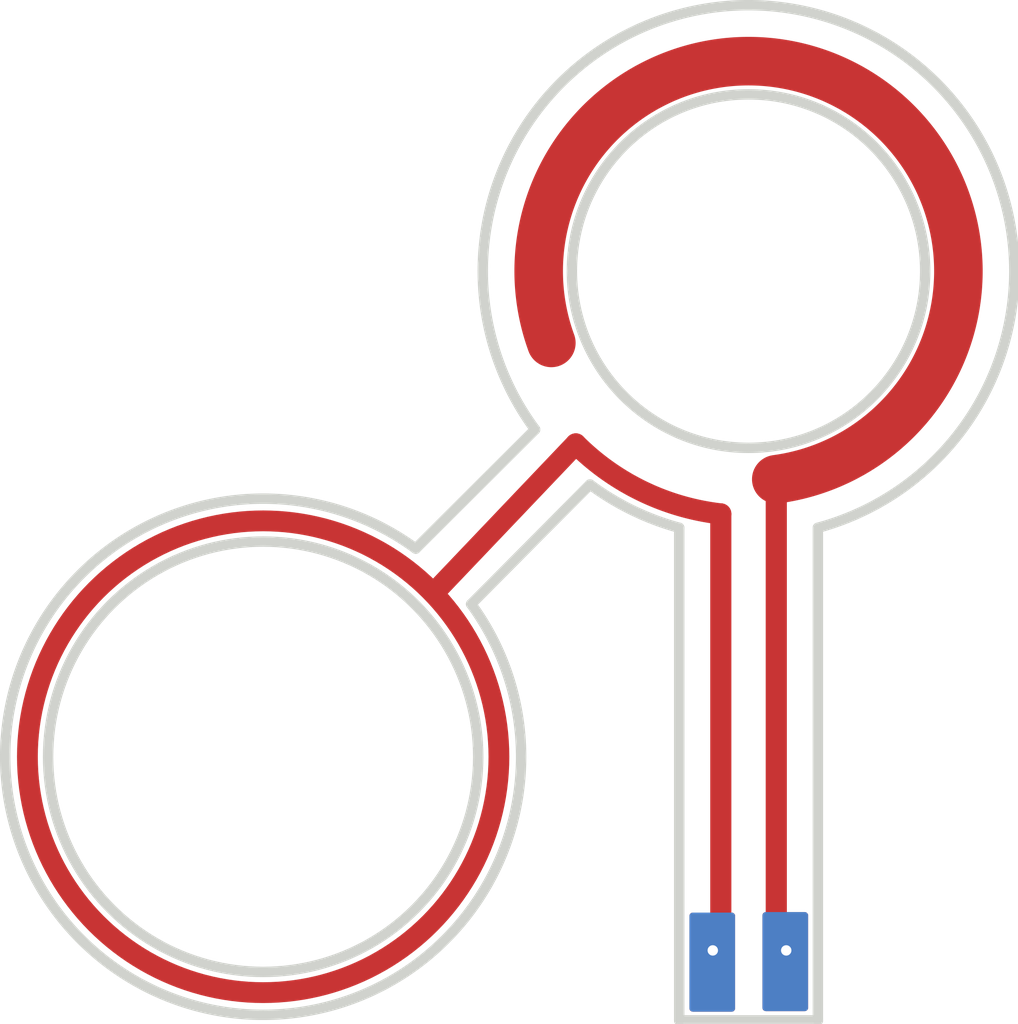
<source format=kicad_pcb>
(kicad_pcb (version 20171130) (host pcbnew "(5.1.12)-1")

  (general
    (thickness 0.3)
    (drawings 26)
    (tracks 2)
    (zones 0)
    (modules 0)
    (nets 1)
  )

  (page A4)
  (layers
    (0 F.Cu signal)
    (31 B.Cu signal)
    (32 B.Adhes user)
    (33 F.Adhes user)
    (34 B.Paste user)
    (35 F.Paste user)
    (36 B.SilkS user)
    (37 F.SilkS user)
    (38 B.Mask user)
    (39 F.Mask user)
    (40 Dwgs.User user)
    (41 Cmts.User user)
    (42 Eco1.User user)
    (43 Eco2.User user hide)
    (44 Edge.Cuts user)
    (45 Margin user)
    (46 B.CrtYd user)
    (47 F.CrtYd user)
    (48 B.Fab user)
    (49 F.Fab user)
  )

  (setup
    (last_trace_width 0.25)
    (trace_clearance 0.2)
    (zone_clearance 0.508)
    (zone_45_only no)
    (trace_min 0.1016)
    (via_size 0.8)
    (via_drill 0.4)
    (via_min_size 0.35)
    (via_min_drill 0.15)
    (user_via 0.35 0.15)
    (uvia_size 0.3)
    (uvia_drill 0.1)
    (uvias_allowed no)
    (uvia_min_size 0.2)
    (uvia_min_drill 0.1)
    (edge_width 0.05)
    (segment_width 0.2)
    (pcb_text_width 0.3)
    (pcb_text_size 1.5 1.5)
    (mod_edge_width 0.12)
    (mod_text_size 1 1)
    (mod_text_width 0.15)
    (pad_size 1.524 1.524)
    (pad_drill 0.762)
    (pad_to_mask_clearance 0.051)
    (solder_mask_min_width 0.25)
    (aux_axis_origin 0 0)
    (visible_elements 7FFFFFFF)
    (pcbplotparams
      (layerselection 0x010fc_ffffffff)
      (usegerberextensions false)
      (usegerberattributes false)
      (usegerberadvancedattributes false)
      (creategerberjobfile false)
      (excludeedgelayer true)
      (linewidth 0.100000)
      (plotframeref false)
      (viasonmask false)
      (mode 1)
      (useauxorigin false)
      (hpglpennumber 1)
      (hpglpenspeed 20)
      (hpglpendiameter 15.000000)
      (psnegative false)
      (psa4output false)
      (plotreference true)
      (plotvalue true)
      (plotinvisibletext false)
      (padsonsilk false)
      (subtractmaskfromsilk false)
      (outputformat 1)
      (mirror false)
      (drillshape 0)
      (scaleselection 1)
      (outputdirectory "Output/"))
  )

  (net 0 "")

  (net_class Default "This is the default net class."
    (clearance 0.2)
    (trace_width 0.25)
    (via_dia 0.8)
    (via_drill 0.4)
    (uvia_dia 0.3)
    (uvia_drill 0.1)
  )

  (gr_line (start 49 40.8) (end 51 40.8) (layer Edge.Cuts) (width 0.15) (tstamp 5CC2D0E8))
  (gr_poly (pts (xy 50.809091 40.617196) (xy 50.809091 39.288776) (xy 50.250291 39.288776) (xy 50.250291 40.617196)) (layer F.Cu) (width 0.1) (tstamp 60468C75))
  (gr_poly (pts (xy 50.809091 40.617196) (xy 50.809091 39.288776) (xy 50.250291 39.288776) (xy 50.250291 40.617196)) (layer B.Mask) (width 0.1) (tstamp 60468C73))
  (gr_poly (pts (xy 50.809091 40.617196) (xy 50.809091 39.288776) (xy 50.250291 39.288776) (xy 50.250291 40.617196)) (layer F.Mask) (width 0.1) (tstamp 60468C6E))
  (gr_poly (pts (xy 49.75606 39.29634) (xy 49.75606 40.62476) (xy 49.19726 40.62476) (xy 49.19726 39.29634)) (layer B.Mask) (width 0.1) (tstamp 60468C1E))
  (gr_poly (pts (xy 49.75606 39.29634) (xy 49.75606 40.62476) (xy 49.19726 40.62476) (xy 49.19726 39.29634)) (layer F.Cu) (width 0.1) (tstamp 60468C1A))
  (gr_poly (pts (xy 49.75606 39.29634) (xy 49.75606 40.62476) (xy 49.19726 40.62476) (xy 49.19726 39.29634)) (layer B.Cu) (width 0.1) (tstamp 60468C13))
  (gr_poly (pts (xy 50.809091 40.617196) (xy 50.809091 39.288776) (xy 50.250291 39.288776) (xy 50.250291 40.617196)) (layer B.Cu) (width 0.1) (tstamp 60468A36))
  (gr_poly (pts (xy 49.75606 39.29634) (xy 49.75606 40.62476) (xy 49.19726 40.62476) (xy 49.19726 39.29634)) (layer F.Mask) (width 0.1))
  (gr_arc (start 50 30) (end 49.6 33.5) (angle 38.48019825) (layer F.Cu) (width 0.3048) (tstamp 5CC2D0FC))
  (gr_line (start 47.509016 32.490984) (end 45.5 34.6) (layer F.Cu) (width 0.3048) (tstamp 5CC2D0FB))
  (gr_circle (center 43 37) (end 43.1 40.1) (layer Edge.Cuts) (width 0.15) (tstamp 5CC2D0F8))
  (gr_circle (center 43 37) (end 46.5 37) (layer F.Mask) (width 0.5) (tstamp 5CC2D0F3))
  (gr_line (start 50.4 39.41826) (end 50.4 33) (layer F.Cu) (width 0.3048) (tstamp 5CC2D0F2))
  (gr_line (start 49.6 39.31412) (end 49.6 33.5) (layer F.Cu) (width 0.3048) (tstamp 5CC2D0F1))
  (gr_circle (center 43 37) (end 46.4 37) (layer F.Cu) (width 0.3) (tstamp 5CC2D0F0))
  (gr_arc (start 50 30) (end 50.999999 33.699999) (angle -291.4490342) (layer Edge.Cuts) (width 0.15) (tstamp 5CC2D0EF))
  (gr_circle (center 50 30) (end 52.5476 30) (layer Edge.Cuts) (width 0.15) (tstamp 5CC2D0EE))
  (gr_line (start 51 40.8) (end 51 33.7) (layer Edge.Cuts) (width 0.15) (tstamp 5CC2D0ED))
  (gr_arc (start 50 30) (end 50.4 33) (angle -282.4053422) (layer F.Cu) (width 0.7) (tstamp 5CC2D0EC))
  (gr_line (start 47.713529 33.076043) (end 45.999999 34.800001) (layer Edge.Cuts) (width 0.15) (tstamp 5CC2D0EB))
  (gr_line (start 49 40.8) (end 49 33.7) (layer Edge.Cuts) (width 0.15) (tstamp 5CC2D0EA))
  (gr_line (start 46.921924 32.283734) (end 45.2 34) (layer Edge.Cuts) (width 0.15) (tstamp 5CC2D0E9))
  (gr_circle (center 50 30) (end 52.925 30) (layer F.Mask) (width 0.45) (tstamp 5CC2D0E7))
  (gr_arc (start 43 37) (end 45.199999 34.000001) (angle -342.5076755) (layer Edge.Cuts) (width 0.15) (tstamp 5CC2D0E6))
  (gr_arc (start 50 30) (end 49.000001 33.699999) (angle 21.5) (layer Edge.Cuts) (width 0.15) (tstamp 5CC2D0E5))

  (via (at 49.48428 39.79164) (size 0.35) (drill 0.15) (layers F.Cu B.Cu) (net 0))
  (via (at 50.54346 39.79164) (size 0.35) (drill 0.15) (layers F.Cu B.Cu) (net 0))

)

</source>
